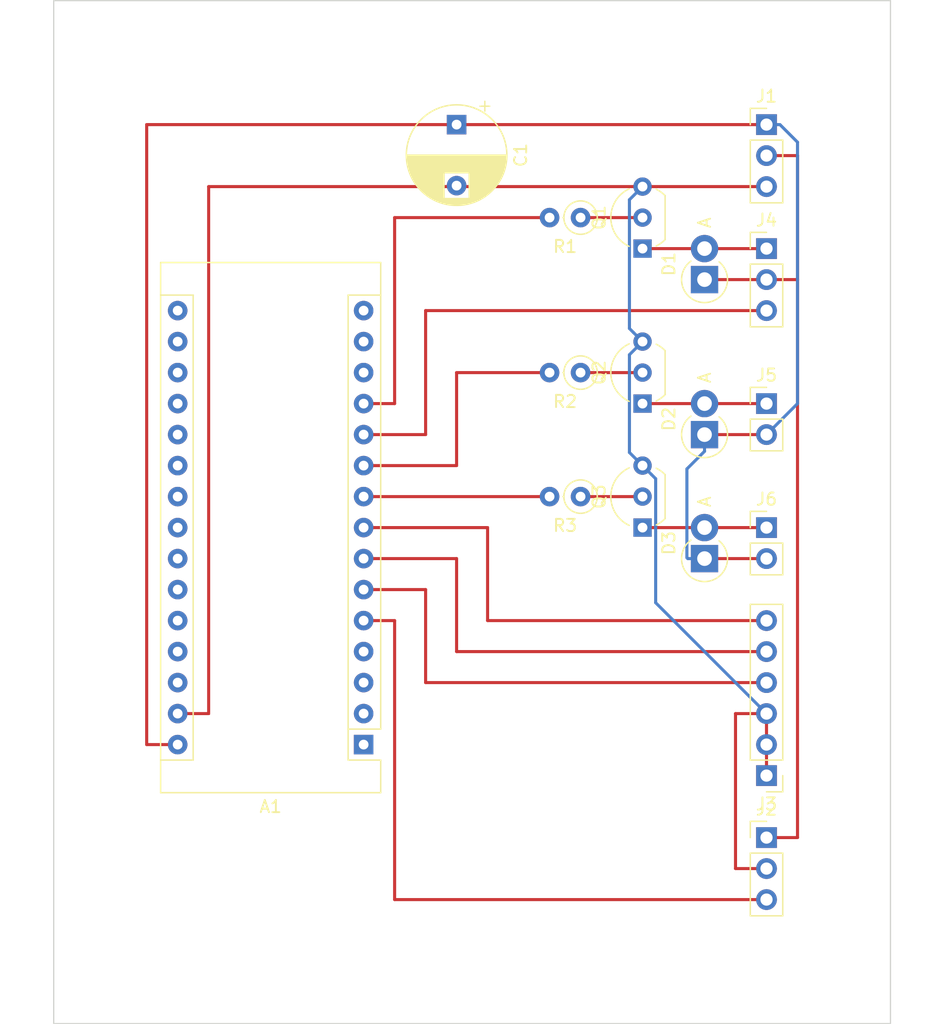
<source format=kicad_pcb>
(kicad_pcb (version 20171130) (host pcbnew 5.1.4)

  (general
    (thickness 1.6)
    (drawings 1)
    (tracks 67)
    (zones 0)
    (modules 21)
    (nets 38)
  )

  (page A4)
  (layers
    (0 F.Cu signal)
    (31 B.Cu signal)
    (32 B.Adhes user)
    (33 F.Adhes user)
    (34 B.Paste user)
    (35 F.Paste user)
    (36 B.SilkS user)
    (37 F.SilkS user)
    (38 B.Mask user)
    (39 F.Mask user)
    (40 Dwgs.User user)
    (41 Cmts.User user)
    (42 Eco1.User user)
    (43 Eco2.User user)
    (44 Edge.Cuts user)
    (45 Margin user)
    (46 B.CrtYd user)
    (47 F.CrtYd user)
    (48 B.Fab user)
    (49 F.Fab user)
  )

  (setup
    (last_trace_width 0.25)
    (trace_clearance 0.2)
    (zone_clearance 0.508)
    (zone_45_only no)
    (trace_min 0.2)
    (via_size 0.8)
    (via_drill 0.4)
    (via_min_size 0.4)
    (via_min_drill 0.3)
    (uvia_size 0.3)
    (uvia_drill 0.1)
    (uvias_allowed no)
    (uvia_min_size 0.2)
    (uvia_min_drill 0.1)
    (edge_width 0.05)
    (segment_width 0.2)
    (pcb_text_width 0.3)
    (pcb_text_size 1.5 1.5)
    (mod_edge_width 0.12)
    (mod_text_size 1 1)
    (mod_text_width 0.15)
    (pad_size 1.524 1.524)
    (pad_drill 0.762)
    (pad_to_mask_clearance 0.051)
    (solder_mask_min_width 0.25)
    (aux_axis_origin 0 0)
    (visible_elements FFFFFF7F)
    (pcbplotparams
      (layerselection 0x010fc_ffffffff)
      (usegerberextensions false)
      (usegerberattributes false)
      (usegerberadvancedattributes false)
      (creategerberjobfile false)
      (excludeedgelayer true)
      (linewidth 0.100000)
      (plotframeref false)
      (viasonmask false)
      (mode 1)
      (useauxorigin false)
      (hpglpennumber 1)
      (hpglpenspeed 20)
      (hpglpendiameter 15.000000)
      (psnegative false)
      (psa4output false)
      (plotreference true)
      (plotvalue true)
      (plotinvisibletext false)
      (padsonsilk false)
      (subtractmaskfromsilk false)
      (outputformat 1)
      (mirror false)
      (drillshape 1)
      (scaleselection 1)
      (outputdirectory ""))
  )

  (net 0 "")
  (net 1 "Net-(A1-Pad16)")
  (net 2 "Net-(A1-Pad15)")
  (net 3 +12V)
  (net 4 "Net-(A1-Pad14)")
  (net 5 GND)
  (net 6 "Net-(A1-Pad13)")
  (net 7 "Net-(A1-Pad28)")
  (net 8 "Net-(A1-Pad12)")
  (net 9 "Net-(A1-Pad27)")
  (net 10 "Net-(A1-Pad11)")
  (net 11 "Net-(A1-Pad26)")
  (net 12 "Net-(A1-Pad10)")
  (net 13 "Net-(A1-Pad25)")
  (net 14 "Net-(A1-Pad9)")
  (net 15 "Net-(A1-Pad24)")
  (net 16 "Net-(A1-Pad8)")
  (net 17 "Net-(A1-Pad23)")
  (net 18 "Net-(A1-Pad7)")
  (net 19 "Net-(A1-Pad22)")
  (net 20 "Net-(A1-Pad6)")
  (net 21 "Net-(A1-Pad21)")
  (net 22 "Net-(A1-Pad5)")
  (net 23 "Net-(A1-Pad20)")
  (net 24 "Net-(A1-Pad4)")
  (net 25 "Net-(A1-Pad19)")
  (net 26 "Net-(A1-Pad3)")
  (net 27 "Net-(A1-Pad18)")
  (net 28 "Net-(A1-Pad2)")
  (net 29 "Net-(A1-Pad17)")
  (net 30 "Net-(A1-Pad1)")
  (net 31 "Net-(D1-Pad2)")
  (net 32 +5V)
  (net 33 "Net-(D2-Pad2)")
  (net 34 "Net-(D3-Pad2)")
  (net 35 "Net-(Q1-Pad2)")
  (net 36 "Net-(Q2-Pad2)")
  (net 37 "Net-(Q3-Pad2)")

  (net_class Default "Dies ist die voreingestellte Netzklasse."
    (clearance 0.2)
    (trace_width 0.25)
    (via_dia 0.8)
    (via_drill 0.4)
    (uvia_dia 0.3)
    (uvia_drill 0.1)
    (add_net +12V)
    (add_net +5V)
    (add_net GND)
    (add_net "Net-(A1-Pad1)")
    (add_net "Net-(A1-Pad10)")
    (add_net "Net-(A1-Pad11)")
    (add_net "Net-(A1-Pad12)")
    (add_net "Net-(A1-Pad13)")
    (add_net "Net-(A1-Pad14)")
    (add_net "Net-(A1-Pad15)")
    (add_net "Net-(A1-Pad16)")
    (add_net "Net-(A1-Pad17)")
    (add_net "Net-(A1-Pad18)")
    (add_net "Net-(A1-Pad19)")
    (add_net "Net-(A1-Pad2)")
    (add_net "Net-(A1-Pad20)")
    (add_net "Net-(A1-Pad21)")
    (add_net "Net-(A1-Pad22)")
    (add_net "Net-(A1-Pad23)")
    (add_net "Net-(A1-Pad24)")
    (add_net "Net-(A1-Pad25)")
    (add_net "Net-(A1-Pad26)")
    (add_net "Net-(A1-Pad27)")
    (add_net "Net-(A1-Pad28)")
    (add_net "Net-(A1-Pad3)")
    (add_net "Net-(A1-Pad4)")
    (add_net "Net-(A1-Pad5)")
    (add_net "Net-(A1-Pad6)")
    (add_net "Net-(A1-Pad7)")
    (add_net "Net-(A1-Pad8)")
    (add_net "Net-(A1-Pad9)")
    (add_net "Net-(D1-Pad2)")
    (add_net "Net-(D2-Pad2)")
    (add_net "Net-(D3-Pad2)")
    (add_net "Net-(Q1-Pad2)")
    (add_net "Net-(Q2-Pad2)")
    (add_net "Net-(Q3-Pad2)")
  )

  (module MountingHole:MountingHole_2.2mm_M2 (layer F.Cu) (tedit 56D1B4CB) (tstamp 5DC71E0A)
    (at 198.12 71.12)
    (descr "Mounting Hole 2.2mm, no annular, M2")
    (tags "mounting hole 2.2mm no annular m2")
    (attr virtual)
    (fp_text reference REF** (at 0 -3.2) (layer F.SilkS) hide
      (effects (font (size 1 1) (thickness 0.15)))
    )
    (fp_text value MountingHole_2.2mm_M2 (at 0 3.2) (layer F.Fab)
      (effects (font (size 1 1) (thickness 0.15)))
    )
    (fp_text user %R (at 0.3 0) (layer F.Fab)
      (effects (font (size 1 1) (thickness 0.15)))
    )
    (fp_circle (center 0 0) (end 2.2 0) (layer Cmts.User) (width 0.15))
    (fp_circle (center 0 0) (end 2.45 0) (layer F.CrtYd) (width 0.05))
    (pad 1 np_thru_hole circle (at 0 0) (size 2.2 2.2) (drill 2.2) (layers *.Cu *.Mask))
  )

  (module MountingHole:MountingHole_2.2mm_M2 (layer F.Cu) (tedit 56D1B4CB) (tstamp 5DC71E0A)
    (at 198.12 144.78)
    (descr "Mounting Hole 2.2mm, no annular, M2")
    (tags "mounting hole 2.2mm no annular m2")
    (attr virtual)
    (fp_text reference REF** (at 0 -3.2) (layer F.SilkS) hide
      (effects (font (size 1 1) (thickness 0.15)))
    )
    (fp_text value MountingHole_2.2mm_M2 (at 0 3.2) (layer F.Fab)
      (effects (font (size 1 1) (thickness 0.15)))
    )
    (fp_text user %R (at 0.3 0) (layer F.Fab)
      (effects (font (size 1 1) (thickness 0.15)))
    )
    (fp_circle (center 0 0) (end 2.2 0) (layer Cmts.User) (width 0.15))
    (fp_circle (center 0 0) (end 2.45 0) (layer F.CrtYd) (width 0.05))
    (pad 1 np_thru_hole circle (at 0 0) (size 2.2 2.2) (drill 2.2) (layers *.Cu *.Mask))
  )

  (module MountingHole:MountingHole_2.2mm_M2 (layer F.Cu) (tedit 56D1B4CB) (tstamp 5DC71E0A)
    (at 256.54 144.78)
    (descr "Mounting Hole 2.2mm, no annular, M2")
    (tags "mounting hole 2.2mm no annular m2")
    (attr virtual)
    (fp_text reference REF** (at 0 -3.2) (layer F.SilkS) hide
      (effects (font (size 1 1) (thickness 0.15)))
    )
    (fp_text value MountingHole_2.2mm_M2 (at 0 3.2) (layer F.Fab)
      (effects (font (size 1 1) (thickness 0.15)))
    )
    (fp_text user %R (at 0.3 0) (layer F.Fab)
      (effects (font (size 1 1) (thickness 0.15)))
    )
    (fp_circle (center 0 0) (end 2.2 0) (layer Cmts.User) (width 0.15))
    (fp_circle (center 0 0) (end 2.45 0) (layer F.CrtYd) (width 0.05))
    (pad 1 np_thru_hole circle (at 0 0) (size 2.2 2.2) (drill 2.2) (layers *.Cu *.Mask))
  )

  (module MountingHole:MountingHole_2.2mm_M2 (layer F.Cu) (tedit 56D1B4CB) (tstamp 5DC71E01)
    (at 256.54 71.12)
    (descr "Mounting Hole 2.2mm, no annular, M2")
    (tags "mounting hole 2.2mm no annular m2")
    (attr virtual)
    (fp_text reference REF** (at 0 -3.2) (layer F.SilkS) hide
      (effects (font (size 1 1) (thickness 0.15)))
    )
    (fp_text value MountingHole_2.2mm_M2 (at 0 3.2) (layer F.Fab)
      (effects (font (size 1 1) (thickness 0.15)))
    )
    (fp_circle (center 0 0) (end 2.45 0) (layer F.CrtYd) (width 0.05))
    (fp_circle (center 0 0) (end 2.2 0) (layer Cmts.User) (width 0.15))
    (fp_text user %R (at 0.3 0) (layer F.Fab)
      (effects (font (size 1 1) (thickness 0.15)))
    )
    (pad 1 np_thru_hole circle (at 0 0) (size 2.2 2.2) (drill 2.2) (layers *.Cu *.Mask))
  )

  (module Capacitor_THT:CP_Radial_D8.0mm_P5.00mm (layer F.Cu) (tedit 5AE50EF0) (tstamp 5DC70F9F)
    (at 226.06 76.2 270)
    (descr "CP, Radial series, Radial, pin pitch=5.00mm, , diameter=8mm, Electrolytic Capacitor")
    (tags "CP Radial series Radial pin pitch 5.00mm  diameter 8mm Electrolytic Capacitor")
    (path /5DE01136)
    (fp_text reference C1 (at 2.5 -5.25 90) (layer F.SilkS)
      (effects (font (size 1 1) (thickness 0.15)))
    )
    (fp_text value CP (at 2.5 5.25 90) (layer F.Fab)
      (effects (font (size 1 1) (thickness 0.15)))
    )
    (fp_text user %R (at 2.5 0 90) (layer F.Fab)
      (effects (font (size 1 1) (thickness 0.15)))
    )
    (fp_line (start -1.509698 -2.715) (end -1.509698 -1.915) (layer F.SilkS) (width 0.12))
    (fp_line (start -1.909698 -2.315) (end -1.109698 -2.315) (layer F.SilkS) (width 0.12))
    (fp_line (start 6.581 -0.533) (end 6.581 0.533) (layer F.SilkS) (width 0.12))
    (fp_line (start 6.541 -0.768) (end 6.541 0.768) (layer F.SilkS) (width 0.12))
    (fp_line (start 6.501 -0.948) (end 6.501 0.948) (layer F.SilkS) (width 0.12))
    (fp_line (start 6.461 -1.098) (end 6.461 1.098) (layer F.SilkS) (width 0.12))
    (fp_line (start 6.421 -1.229) (end 6.421 1.229) (layer F.SilkS) (width 0.12))
    (fp_line (start 6.381 -1.346) (end 6.381 1.346) (layer F.SilkS) (width 0.12))
    (fp_line (start 6.341 -1.453) (end 6.341 1.453) (layer F.SilkS) (width 0.12))
    (fp_line (start 6.301 -1.552) (end 6.301 1.552) (layer F.SilkS) (width 0.12))
    (fp_line (start 6.261 -1.645) (end 6.261 1.645) (layer F.SilkS) (width 0.12))
    (fp_line (start 6.221 -1.731) (end 6.221 1.731) (layer F.SilkS) (width 0.12))
    (fp_line (start 6.181 -1.813) (end 6.181 1.813) (layer F.SilkS) (width 0.12))
    (fp_line (start 6.141 -1.89) (end 6.141 1.89) (layer F.SilkS) (width 0.12))
    (fp_line (start 6.101 -1.964) (end 6.101 1.964) (layer F.SilkS) (width 0.12))
    (fp_line (start 6.061 -2.034) (end 6.061 2.034) (layer F.SilkS) (width 0.12))
    (fp_line (start 6.021 1.04) (end 6.021 2.102) (layer F.SilkS) (width 0.12))
    (fp_line (start 6.021 -2.102) (end 6.021 -1.04) (layer F.SilkS) (width 0.12))
    (fp_line (start 5.981 1.04) (end 5.981 2.166) (layer F.SilkS) (width 0.12))
    (fp_line (start 5.981 -2.166) (end 5.981 -1.04) (layer F.SilkS) (width 0.12))
    (fp_line (start 5.941 1.04) (end 5.941 2.228) (layer F.SilkS) (width 0.12))
    (fp_line (start 5.941 -2.228) (end 5.941 -1.04) (layer F.SilkS) (width 0.12))
    (fp_line (start 5.901 1.04) (end 5.901 2.287) (layer F.SilkS) (width 0.12))
    (fp_line (start 5.901 -2.287) (end 5.901 -1.04) (layer F.SilkS) (width 0.12))
    (fp_line (start 5.861 1.04) (end 5.861 2.345) (layer F.SilkS) (width 0.12))
    (fp_line (start 5.861 -2.345) (end 5.861 -1.04) (layer F.SilkS) (width 0.12))
    (fp_line (start 5.821 1.04) (end 5.821 2.4) (layer F.SilkS) (width 0.12))
    (fp_line (start 5.821 -2.4) (end 5.821 -1.04) (layer F.SilkS) (width 0.12))
    (fp_line (start 5.781 1.04) (end 5.781 2.454) (layer F.SilkS) (width 0.12))
    (fp_line (start 5.781 -2.454) (end 5.781 -1.04) (layer F.SilkS) (width 0.12))
    (fp_line (start 5.741 1.04) (end 5.741 2.505) (layer F.SilkS) (width 0.12))
    (fp_line (start 5.741 -2.505) (end 5.741 -1.04) (layer F.SilkS) (width 0.12))
    (fp_line (start 5.701 1.04) (end 5.701 2.556) (layer F.SilkS) (width 0.12))
    (fp_line (start 5.701 -2.556) (end 5.701 -1.04) (layer F.SilkS) (width 0.12))
    (fp_line (start 5.661 1.04) (end 5.661 2.604) (layer F.SilkS) (width 0.12))
    (fp_line (start 5.661 -2.604) (end 5.661 -1.04) (layer F.SilkS) (width 0.12))
    (fp_line (start 5.621 1.04) (end 5.621 2.651) (layer F.SilkS) (width 0.12))
    (fp_line (start 5.621 -2.651) (end 5.621 -1.04) (layer F.SilkS) (width 0.12))
    (fp_line (start 5.581 1.04) (end 5.581 2.697) (layer F.SilkS) (width 0.12))
    (fp_line (start 5.581 -2.697) (end 5.581 -1.04) (layer F.SilkS) (width 0.12))
    (fp_line (start 5.541 1.04) (end 5.541 2.741) (layer F.SilkS) (width 0.12))
    (fp_line (start 5.541 -2.741) (end 5.541 -1.04) (layer F.SilkS) (width 0.12))
    (fp_line (start 5.501 1.04) (end 5.501 2.784) (layer F.SilkS) (width 0.12))
    (fp_line (start 5.501 -2.784) (end 5.501 -1.04) (layer F.SilkS) (width 0.12))
    (fp_line (start 5.461 1.04) (end 5.461 2.826) (layer F.SilkS) (width 0.12))
    (fp_line (start 5.461 -2.826) (end 5.461 -1.04) (layer F.SilkS) (width 0.12))
    (fp_line (start 5.421 1.04) (end 5.421 2.867) (layer F.SilkS) (width 0.12))
    (fp_line (start 5.421 -2.867) (end 5.421 -1.04) (layer F.SilkS) (width 0.12))
    (fp_line (start 5.381 1.04) (end 5.381 2.907) (layer F.SilkS) (width 0.12))
    (fp_line (start 5.381 -2.907) (end 5.381 -1.04) (layer F.SilkS) (width 0.12))
    (fp_line (start 5.341 1.04) (end 5.341 2.945) (layer F.SilkS) (width 0.12))
    (fp_line (start 5.341 -2.945) (end 5.341 -1.04) (layer F.SilkS) (width 0.12))
    (fp_line (start 5.301 1.04) (end 5.301 2.983) (layer F.SilkS) (width 0.12))
    (fp_line (start 5.301 -2.983) (end 5.301 -1.04) (layer F.SilkS) (width 0.12))
    (fp_line (start 5.261 1.04) (end 5.261 3.019) (layer F.SilkS) (width 0.12))
    (fp_line (start 5.261 -3.019) (end 5.261 -1.04) (layer F.SilkS) (width 0.12))
    (fp_line (start 5.221 1.04) (end 5.221 3.055) (layer F.SilkS) (width 0.12))
    (fp_line (start 5.221 -3.055) (end 5.221 -1.04) (layer F.SilkS) (width 0.12))
    (fp_line (start 5.181 1.04) (end 5.181 3.09) (layer F.SilkS) (width 0.12))
    (fp_line (start 5.181 -3.09) (end 5.181 -1.04) (layer F.SilkS) (width 0.12))
    (fp_line (start 5.141 1.04) (end 5.141 3.124) (layer F.SilkS) (width 0.12))
    (fp_line (start 5.141 -3.124) (end 5.141 -1.04) (layer F.SilkS) (width 0.12))
    (fp_line (start 5.101 1.04) (end 5.101 3.156) (layer F.SilkS) (width 0.12))
    (fp_line (start 5.101 -3.156) (end 5.101 -1.04) (layer F.SilkS) (width 0.12))
    (fp_line (start 5.061 1.04) (end 5.061 3.189) (layer F.SilkS) (width 0.12))
    (fp_line (start 5.061 -3.189) (end 5.061 -1.04) (layer F.SilkS) (width 0.12))
    (fp_line (start 5.021 1.04) (end 5.021 3.22) (layer F.SilkS) (width 0.12))
    (fp_line (start 5.021 -3.22) (end 5.021 -1.04) (layer F.SilkS) (width 0.12))
    (fp_line (start 4.981 1.04) (end 4.981 3.25) (layer F.SilkS) (width 0.12))
    (fp_line (start 4.981 -3.25) (end 4.981 -1.04) (layer F.SilkS) (width 0.12))
    (fp_line (start 4.941 1.04) (end 4.941 3.28) (layer F.SilkS) (width 0.12))
    (fp_line (start 4.941 -3.28) (end 4.941 -1.04) (layer F.SilkS) (width 0.12))
    (fp_line (start 4.901 1.04) (end 4.901 3.309) (layer F.SilkS) (width 0.12))
    (fp_line (start 4.901 -3.309) (end 4.901 -1.04) (layer F.SilkS) (width 0.12))
    (fp_line (start 4.861 1.04) (end 4.861 3.338) (layer F.SilkS) (width 0.12))
    (fp_line (start 4.861 -3.338) (end 4.861 -1.04) (layer F.SilkS) (width 0.12))
    (fp_line (start 4.821 1.04) (end 4.821 3.365) (layer F.SilkS) (width 0.12))
    (fp_line (start 4.821 -3.365) (end 4.821 -1.04) (layer F.SilkS) (width 0.12))
    (fp_line (start 4.781 1.04) (end 4.781 3.392) (layer F.SilkS) (width 0.12))
    (fp_line (start 4.781 -3.392) (end 4.781 -1.04) (layer F.SilkS) (width 0.12))
    (fp_line (start 4.741 1.04) (end 4.741 3.418) (layer F.SilkS) (width 0.12))
    (fp_line (start 4.741 -3.418) (end 4.741 -1.04) (layer F.SilkS) (width 0.12))
    (fp_line (start 4.701 1.04) (end 4.701 3.444) (layer F.SilkS) (width 0.12))
    (fp_line (start 4.701 -3.444) (end 4.701 -1.04) (layer F.SilkS) (width 0.12))
    (fp_line (start 4.661 1.04) (end 4.661 3.469) (layer F.SilkS) (width 0.12))
    (fp_line (start 4.661 -3.469) (end 4.661 -1.04) (layer F.SilkS) (width 0.12))
    (fp_line (start 4.621 1.04) (end 4.621 3.493) (layer F.SilkS) (width 0.12))
    (fp_line (start 4.621 -3.493) (end 4.621 -1.04) (layer F.SilkS) (width 0.12))
    (fp_line (start 4.581 1.04) (end 4.581 3.517) (layer F.SilkS) (width 0.12))
    (fp_line (start 4.581 -3.517) (end 4.581 -1.04) (layer F.SilkS) (width 0.12))
    (fp_line (start 4.541 1.04) (end 4.541 3.54) (layer F.SilkS) (width 0.12))
    (fp_line (start 4.541 -3.54) (end 4.541 -1.04) (layer F.SilkS) (width 0.12))
    (fp_line (start 4.501 1.04) (end 4.501 3.562) (layer F.SilkS) (width 0.12))
    (fp_line (start 4.501 -3.562) (end 4.501 -1.04) (layer F.SilkS) (width 0.12))
    (fp_line (start 4.461 1.04) (end 4.461 3.584) (layer F.SilkS) (width 0.12))
    (fp_line (start 4.461 -3.584) (end 4.461 -1.04) (layer F.SilkS) (width 0.12))
    (fp_line (start 4.421 1.04) (end 4.421 3.606) (layer F.SilkS) (width 0.12))
    (fp_line (start 4.421 -3.606) (end 4.421 -1.04) (layer F.SilkS) (width 0.12))
    (fp_line (start 4.381 1.04) (end 4.381 3.627) (layer F.SilkS) (width 0.12))
    (fp_line (start 4.381 -3.627) (end 4.381 -1.04) (layer F.SilkS) (width 0.12))
    (fp_line (start 4.341 1.04) (end 4.341 3.647) (layer F.SilkS) (width 0.12))
    (fp_line (start 4.341 -3.647) (end 4.341 -1.04) (layer F.SilkS) (width 0.12))
    (fp_line (start 4.301 1.04) (end 4.301 3.666) (layer F.SilkS) (width 0.12))
    (fp_line (start 4.301 -3.666) (end 4.301 -1.04) (layer F.SilkS) (width 0.12))
    (fp_line (start 4.261 1.04) (end 4.261 3.686) (layer F.SilkS) (width 0.12))
    (fp_line (start 4.261 -3.686) (end 4.261 -1.04) (layer F.SilkS) (width 0.12))
    (fp_line (start 4.221 1.04) (end 4.221 3.704) (layer F.SilkS) (width 0.12))
    (fp_line (start 4.221 -3.704) (end 4.221 -1.04) (layer F.SilkS) (width 0.12))
    (fp_line (start 4.181 1.04) (end 4.181 3.722) (layer F.SilkS) (width 0.12))
    (fp_line (start 4.181 -3.722) (end 4.181 -1.04) (layer F.SilkS) (width 0.12))
    (fp_line (start 4.141 1.04) (end 4.141 3.74) (layer F.SilkS) (width 0.12))
    (fp_line (start 4.141 -3.74) (end 4.141 -1.04) (layer F.SilkS) (width 0.12))
    (fp_line (start 4.101 1.04) (end 4.101 3.757) (layer F.SilkS) (width 0.12))
    (fp_line (start 4.101 -3.757) (end 4.101 -1.04) (layer F.SilkS) (width 0.12))
    (fp_line (start 4.061 1.04) (end 4.061 3.774) (layer F.SilkS) (width 0.12))
    (fp_line (start 4.061 -3.774) (end 4.061 -1.04) (layer F.SilkS) (width 0.12))
    (fp_line (start 4.021 1.04) (end 4.021 3.79) (layer F.SilkS) (width 0.12))
    (fp_line (start 4.021 -3.79) (end 4.021 -1.04) (layer F.SilkS) (width 0.12))
    (fp_line (start 3.981 1.04) (end 3.981 3.805) (layer F.SilkS) (width 0.12))
    (fp_line (start 3.981 -3.805) (end 3.981 -1.04) (layer F.SilkS) (width 0.12))
    (fp_line (start 3.941 -3.821) (end 3.941 3.821) (layer F.SilkS) (width 0.12))
    (fp_line (start 3.901 -3.835) (end 3.901 3.835) (layer F.SilkS) (width 0.12))
    (fp_line (start 3.861 -3.85) (end 3.861 3.85) (layer F.SilkS) (width 0.12))
    (fp_line (start 3.821 -3.863) (end 3.821 3.863) (layer F.SilkS) (width 0.12))
    (fp_line (start 3.781 -3.877) (end 3.781 3.877) (layer F.SilkS) (width 0.12))
    (fp_line (start 3.741 -3.889) (end 3.741 3.889) (layer F.SilkS) (width 0.12))
    (fp_line (start 3.701 -3.902) (end 3.701 3.902) (layer F.SilkS) (width 0.12))
    (fp_line (start 3.661 -3.914) (end 3.661 3.914) (layer F.SilkS) (width 0.12))
    (fp_line (start 3.621 -3.925) (end 3.621 3.925) (layer F.SilkS) (width 0.12))
    (fp_line (start 3.581 -3.936) (end 3.581 3.936) (layer F.SilkS) (width 0.12))
    (fp_line (start 3.541 -3.947) (end 3.541 3.947) (layer F.SilkS) (width 0.12))
    (fp_line (start 3.501 -3.957) (end 3.501 3.957) (layer F.SilkS) (width 0.12))
    (fp_line (start 3.461 -3.967) (end 3.461 3.967) (layer F.SilkS) (width 0.12))
    (fp_line (start 3.421 -3.976) (end 3.421 3.976) (layer F.SilkS) (width 0.12))
    (fp_line (start 3.381 -3.985) (end 3.381 3.985) (layer F.SilkS) (width 0.12))
    (fp_line (start 3.341 -3.994) (end 3.341 3.994) (layer F.SilkS) (width 0.12))
    (fp_line (start 3.301 -4.002) (end 3.301 4.002) (layer F.SilkS) (width 0.12))
    (fp_line (start 3.261 -4.01) (end 3.261 4.01) (layer F.SilkS) (width 0.12))
    (fp_line (start 3.221 -4.017) (end 3.221 4.017) (layer F.SilkS) (width 0.12))
    (fp_line (start 3.18 -4.024) (end 3.18 4.024) (layer F.SilkS) (width 0.12))
    (fp_line (start 3.14 -4.03) (end 3.14 4.03) (layer F.SilkS) (width 0.12))
    (fp_line (start 3.1 -4.037) (end 3.1 4.037) (layer F.SilkS) (width 0.12))
    (fp_line (start 3.06 -4.042) (end 3.06 4.042) (layer F.SilkS) (width 0.12))
    (fp_line (start 3.02 -4.048) (end 3.02 4.048) (layer F.SilkS) (width 0.12))
    (fp_line (start 2.98 -4.052) (end 2.98 4.052) (layer F.SilkS) (width 0.12))
    (fp_line (start 2.94 -4.057) (end 2.94 4.057) (layer F.SilkS) (width 0.12))
    (fp_line (start 2.9 -4.061) (end 2.9 4.061) (layer F.SilkS) (width 0.12))
    (fp_line (start 2.86 -4.065) (end 2.86 4.065) (layer F.SilkS) (width 0.12))
    (fp_line (start 2.82 -4.068) (end 2.82 4.068) (layer F.SilkS) (width 0.12))
    (fp_line (start 2.78 -4.071) (end 2.78 4.071) (layer F.SilkS) (width 0.12))
    (fp_line (start 2.74 -4.074) (end 2.74 4.074) (layer F.SilkS) (width 0.12))
    (fp_line (start 2.7 -4.076) (end 2.7 4.076) (layer F.SilkS) (width 0.12))
    (fp_line (start 2.66 -4.077) (end 2.66 4.077) (layer F.SilkS) (width 0.12))
    (fp_line (start 2.62 -4.079) (end 2.62 4.079) (layer F.SilkS) (width 0.12))
    (fp_line (start 2.58 -4.08) (end 2.58 4.08) (layer F.SilkS) (width 0.12))
    (fp_line (start 2.54 -4.08) (end 2.54 4.08) (layer F.SilkS) (width 0.12))
    (fp_line (start 2.5 -4.08) (end 2.5 4.08) (layer F.SilkS) (width 0.12))
    (fp_line (start -0.526759 -2.1475) (end -0.526759 -1.3475) (layer F.Fab) (width 0.1))
    (fp_line (start -0.926759 -1.7475) (end -0.126759 -1.7475) (layer F.Fab) (width 0.1))
    (fp_circle (center 2.5 0) (end 6.75 0) (layer F.CrtYd) (width 0.05))
    (fp_circle (center 2.5 0) (end 6.62 0) (layer F.SilkS) (width 0.12))
    (fp_circle (center 2.5 0) (end 6.5 0) (layer F.Fab) (width 0.1))
    (pad 2 thru_hole circle (at 5 0 270) (size 1.6 1.6) (drill 0.8) (layers *.Cu *.Mask)
      (net 5 GND))
    (pad 1 thru_hole rect (at 0 0 270) (size 1.6 1.6) (drill 0.8) (layers *.Cu *.Mask)
      (net 3 +12V))
    (model ${KISYS3DMOD}/Capacitor_THT.3dshapes/CP_Radial_D8.0mm_P5.00mm.wrl
      (at (xyz 0 0 0))
      (scale (xyz 1 1 1))
      (rotate (xyz 0 0 0))
    )
  )

  (module Package_TO_SOT_THT:TO-92_Inline_Wide (layer F.Cu) (tedit 5A02FF81) (tstamp 5DC6E558)
    (at 241.3 109.22 90)
    (descr "TO-92 leads in-line, wide, drill 0.75mm (see NXP sot054_po.pdf)")
    (tags "to-92 sc-43 sc-43a sot54 PA33 transistor")
    (path /5DCF02A0)
    (fp_text reference Q3 (at 2.54 -3.56 90) (layer F.SilkS)
      (effects (font (size 1 1) (thickness 0.15)))
    )
    (fp_text value BC337 (at 2.54 2.79 90) (layer F.Fab)
      (effects (font (size 1 1) (thickness 0.15)))
    )
    (fp_arc (start 2.54 0) (end 4.34 1.85) (angle -20) (layer F.SilkS) (width 0.12))
    (fp_arc (start 2.54 0) (end 2.54 -2.48) (angle -135) (layer F.Fab) (width 0.1))
    (fp_arc (start 2.54 0) (end 2.54 -2.48) (angle 135) (layer F.Fab) (width 0.1))
    (fp_arc (start 2.54 0) (end 2.54 -2.6) (angle 65) (layer F.SilkS) (width 0.12))
    (fp_arc (start 2.54 0) (end 2.54 -2.6) (angle -65) (layer F.SilkS) (width 0.12))
    (fp_arc (start 2.54 0) (end 0.74 1.85) (angle 20) (layer F.SilkS) (width 0.12))
    (fp_line (start 6.09 2.01) (end -1.01 2.01) (layer F.CrtYd) (width 0.05))
    (fp_line (start 6.09 2.01) (end 6.09 -2.73) (layer F.CrtYd) (width 0.05))
    (fp_line (start -1.01 -2.73) (end -1.01 2.01) (layer F.CrtYd) (width 0.05))
    (fp_line (start -1.01 -2.73) (end 6.09 -2.73) (layer F.CrtYd) (width 0.05))
    (fp_line (start 0.8 1.75) (end 4.3 1.75) (layer F.Fab) (width 0.1))
    (fp_line (start 0.74 1.85) (end 4.34 1.85) (layer F.SilkS) (width 0.12))
    (fp_text user %R (at 2.54 -3.56 90) (layer F.Fab)
      (effects (font (size 1 1) (thickness 0.15)))
    )
    (pad 1 thru_hole rect (at 0 0 180) (size 1.5 1.5) (drill 0.8) (layers *.Cu *.Mask)
      (net 34 "Net-(D3-Pad2)"))
    (pad 3 thru_hole circle (at 5.08 0 180) (size 1.5 1.5) (drill 0.8) (layers *.Cu *.Mask)
      (net 5 GND))
    (pad 2 thru_hole circle (at 2.54 0 180) (size 1.5 1.5) (drill 0.8) (layers *.Cu *.Mask)
      (net 37 "Net-(Q3-Pad2)"))
    (model ${KISYS3DMOD}/Package_TO_SOT_THT.3dshapes/TO-92_Inline_Wide.wrl
      (at (xyz 0 0 0))
      (scale (xyz 1 1 1))
      (rotate (xyz 0 0 0))
    )
  )

  (module Package_TO_SOT_THT:TO-92_Inline_Wide (layer F.Cu) (tedit 5A02FF81) (tstamp 5DC6E546)
    (at 241.3 99.06 90)
    (descr "TO-92 leads in-line, wide, drill 0.75mm (see NXP sot054_po.pdf)")
    (tags "to-92 sc-43 sc-43a sot54 PA33 transistor")
    (path /5DCDBE86)
    (fp_text reference Q2 (at 2.54 -3.56 90) (layer F.SilkS)
      (effects (font (size 1 1) (thickness 0.15)))
    )
    (fp_text value BC337 (at 2.54 2.79 90) (layer F.Fab)
      (effects (font (size 1 1) (thickness 0.15)))
    )
    (fp_arc (start 2.54 0) (end 4.34 1.85) (angle -20) (layer F.SilkS) (width 0.12))
    (fp_arc (start 2.54 0) (end 2.54 -2.48) (angle -135) (layer F.Fab) (width 0.1))
    (fp_arc (start 2.54 0) (end 2.54 -2.48) (angle 135) (layer F.Fab) (width 0.1))
    (fp_arc (start 2.54 0) (end 2.54 -2.6) (angle 65) (layer F.SilkS) (width 0.12))
    (fp_arc (start 2.54 0) (end 2.54 -2.6) (angle -65) (layer F.SilkS) (width 0.12))
    (fp_arc (start 2.54 0) (end 0.74 1.85) (angle 20) (layer F.SilkS) (width 0.12))
    (fp_line (start 6.09 2.01) (end -1.01 2.01) (layer F.CrtYd) (width 0.05))
    (fp_line (start 6.09 2.01) (end 6.09 -2.73) (layer F.CrtYd) (width 0.05))
    (fp_line (start -1.01 -2.73) (end -1.01 2.01) (layer F.CrtYd) (width 0.05))
    (fp_line (start -1.01 -2.73) (end 6.09 -2.73) (layer F.CrtYd) (width 0.05))
    (fp_line (start 0.8 1.75) (end 4.3 1.75) (layer F.Fab) (width 0.1))
    (fp_line (start 0.74 1.85) (end 4.34 1.85) (layer F.SilkS) (width 0.12))
    (fp_text user %R (at 2.54 -3.56 90) (layer F.Fab)
      (effects (font (size 1 1) (thickness 0.15)))
    )
    (pad 1 thru_hole rect (at 0 0 180) (size 1.5 1.5) (drill 0.8) (layers *.Cu *.Mask)
      (net 33 "Net-(D2-Pad2)"))
    (pad 3 thru_hole circle (at 5.08 0 180) (size 1.5 1.5) (drill 0.8) (layers *.Cu *.Mask)
      (net 5 GND))
    (pad 2 thru_hole circle (at 2.54 0 180) (size 1.5 1.5) (drill 0.8) (layers *.Cu *.Mask)
      (net 36 "Net-(Q2-Pad2)"))
    (model ${KISYS3DMOD}/Package_TO_SOT_THT.3dshapes/TO-92_Inline_Wide.wrl
      (at (xyz 0 0 0))
      (scale (xyz 1 1 1))
      (rotate (xyz 0 0 0))
    )
  )

  (module Package_TO_SOT_THT:TO-92_Inline_Wide (layer F.Cu) (tedit 5A02FF81) (tstamp 5DC6E534)
    (at 241.3 86.36 90)
    (descr "TO-92 leads in-line, wide, drill 0.75mm (see NXP sot054_po.pdf)")
    (tags "to-92 sc-43 sc-43a sot54 PA33 transistor")
    (path /5DCD13DE)
    (fp_text reference Q1 (at 2.54 -3.56 90) (layer F.SilkS)
      (effects (font (size 1 1) (thickness 0.15)))
    )
    (fp_text value BC337 (at 2.54 2.79 90) (layer F.Fab)
      (effects (font (size 1 1) (thickness 0.15)))
    )
    (fp_arc (start 2.54 0) (end 4.34 1.85) (angle -20) (layer F.SilkS) (width 0.12))
    (fp_arc (start 2.54 0) (end 2.54 -2.48) (angle -135) (layer F.Fab) (width 0.1))
    (fp_arc (start 2.54 0) (end 2.54 -2.48) (angle 135) (layer F.Fab) (width 0.1))
    (fp_arc (start 2.54 0) (end 2.54 -2.6) (angle 65) (layer F.SilkS) (width 0.12))
    (fp_arc (start 2.54 0) (end 2.54 -2.6) (angle -65) (layer F.SilkS) (width 0.12))
    (fp_arc (start 2.54 0) (end 0.74 1.85) (angle 20) (layer F.SilkS) (width 0.12))
    (fp_line (start 6.09 2.01) (end -1.01 2.01) (layer F.CrtYd) (width 0.05))
    (fp_line (start 6.09 2.01) (end 6.09 -2.73) (layer F.CrtYd) (width 0.05))
    (fp_line (start -1.01 -2.73) (end -1.01 2.01) (layer F.CrtYd) (width 0.05))
    (fp_line (start -1.01 -2.73) (end 6.09 -2.73) (layer F.CrtYd) (width 0.05))
    (fp_line (start 0.8 1.75) (end 4.3 1.75) (layer F.Fab) (width 0.1))
    (fp_line (start 0.74 1.85) (end 4.34 1.85) (layer F.SilkS) (width 0.12))
    (fp_text user %R (at 2.54 -3.56 90) (layer F.Fab)
      (effects (font (size 1 1) (thickness 0.15)))
    )
    (pad 1 thru_hole rect (at 0 0 180) (size 1.5 1.5) (drill 0.8) (layers *.Cu *.Mask)
      (net 31 "Net-(D1-Pad2)"))
    (pad 3 thru_hole circle (at 5.08 0 180) (size 1.5 1.5) (drill 0.8) (layers *.Cu *.Mask)
      (net 5 GND))
    (pad 2 thru_hole circle (at 2.54 0 180) (size 1.5 1.5) (drill 0.8) (layers *.Cu *.Mask)
      (net 35 "Net-(Q1-Pad2)"))
    (model ${KISYS3DMOD}/Package_TO_SOT_THT.3dshapes/TO-92_Inline_Wide.wrl
      (at (xyz 0 0 0))
      (scale (xyz 1 1 1))
      (rotate (xyz 0 0 0))
    )
  )

  (module Resistor_THT:R_Axial_DIN0207_L6.3mm_D2.5mm_P2.54mm_Vertical (layer F.Cu) (tedit 5AE5139B) (tstamp 5DC6E585)
    (at 236.22 106.68 180)
    (descr "Resistor, Axial_DIN0207 series, Axial, Vertical, pin pitch=2.54mm, 0.25W = 1/4W, length*diameter=6.3*2.5mm^2, http://cdn-reichelt.de/documents/datenblatt/B400/1_4W%23YAG.pdf")
    (tags "Resistor Axial_DIN0207 series Axial Vertical pin pitch 2.54mm 0.25W = 1/4W length 6.3mm diameter 2.5mm")
    (path /5DCF02AF)
    (fp_text reference R3 (at 1.27 -2.37) (layer F.SilkS)
      (effects (font (size 1 1) (thickness 0.15)))
    )
    (fp_text value R (at 1.27 2.37) (layer F.Fab)
      (effects (font (size 1 1) (thickness 0.15)))
    )
    (fp_text user %R (at 1.27 -2.37) (layer F.Fab)
      (effects (font (size 1 1) (thickness 0.15)))
    )
    (fp_line (start 3.59 -1.5) (end -1.5 -1.5) (layer F.CrtYd) (width 0.05))
    (fp_line (start 3.59 1.5) (end 3.59 -1.5) (layer F.CrtYd) (width 0.05))
    (fp_line (start -1.5 1.5) (end 3.59 1.5) (layer F.CrtYd) (width 0.05))
    (fp_line (start -1.5 -1.5) (end -1.5 1.5) (layer F.CrtYd) (width 0.05))
    (fp_line (start 1.37 0) (end 1.44 0) (layer F.SilkS) (width 0.12))
    (fp_line (start 0 0) (end 2.54 0) (layer F.Fab) (width 0.1))
    (fp_circle (center 0 0) (end 1.37 0) (layer F.SilkS) (width 0.12))
    (fp_circle (center 0 0) (end 1.25 0) (layer F.Fab) (width 0.1))
    (pad 2 thru_hole oval (at 2.54 0 180) (size 1.6 1.6) (drill 0.8) (layers *.Cu *.Mask)
      (net 14 "Net-(A1-Pad9)"))
    (pad 1 thru_hole circle (at 0 0 180) (size 1.6 1.6) (drill 0.8) (layers *.Cu *.Mask)
      (net 37 "Net-(Q3-Pad2)"))
    (model ${KISYS3DMOD}/Resistor_THT.3dshapes/R_Axial_DIN0207_L6.3mm_D2.5mm_P2.54mm_Vertical.wrl
      (at (xyz 0 0 0))
      (scale (xyz 1 1 1))
      (rotate (xyz 0 0 0))
    )
  )

  (module Resistor_THT:R_Axial_DIN0207_L6.3mm_D2.5mm_P2.54mm_Vertical (layer F.Cu) (tedit 5AE5139B) (tstamp 5DC6E576)
    (at 236.22 96.52 180)
    (descr "Resistor, Axial_DIN0207 series, Axial, Vertical, pin pitch=2.54mm, 0.25W = 1/4W, length*diameter=6.3*2.5mm^2, http://cdn-reichelt.de/documents/datenblatt/B400/1_4W%23YAG.pdf")
    (tags "Resistor Axial_DIN0207 series Axial Vertical pin pitch 2.54mm 0.25W = 1/4W length 6.3mm diameter 2.5mm")
    (path /5DCDBE95)
    (fp_text reference R2 (at 1.27 -2.37) (layer F.SilkS)
      (effects (font (size 1 1) (thickness 0.15)))
    )
    (fp_text value R (at 1.27 2.37) (layer F.Fab)
      (effects (font (size 1 1) (thickness 0.15)))
    )
    (fp_text user %R (at 1.27 -2.37) (layer F.Fab)
      (effects (font (size 1 1) (thickness 0.15)))
    )
    (fp_line (start 3.59 -1.5) (end -1.5 -1.5) (layer F.CrtYd) (width 0.05))
    (fp_line (start 3.59 1.5) (end 3.59 -1.5) (layer F.CrtYd) (width 0.05))
    (fp_line (start -1.5 1.5) (end 3.59 1.5) (layer F.CrtYd) (width 0.05))
    (fp_line (start -1.5 -1.5) (end -1.5 1.5) (layer F.CrtYd) (width 0.05))
    (fp_line (start 1.37 0) (end 1.44 0) (layer F.SilkS) (width 0.12))
    (fp_line (start 0 0) (end 2.54 0) (layer F.Fab) (width 0.1))
    (fp_circle (center 0 0) (end 1.37 0) (layer F.SilkS) (width 0.12))
    (fp_circle (center 0 0) (end 1.25 0) (layer F.Fab) (width 0.1))
    (pad 2 thru_hole oval (at 2.54 0 180) (size 1.6 1.6) (drill 0.8) (layers *.Cu *.Mask)
      (net 12 "Net-(A1-Pad10)"))
    (pad 1 thru_hole circle (at 0 0 180) (size 1.6 1.6) (drill 0.8) (layers *.Cu *.Mask)
      (net 36 "Net-(Q2-Pad2)"))
    (model ${KISYS3DMOD}/Resistor_THT.3dshapes/R_Axial_DIN0207_L6.3mm_D2.5mm_P2.54mm_Vertical.wrl
      (at (xyz 0 0 0))
      (scale (xyz 1 1 1))
      (rotate (xyz 0 0 0))
    )
  )

  (module Resistor_THT:R_Axial_DIN0207_L6.3mm_D2.5mm_P2.54mm_Vertical (layer F.Cu) (tedit 5AE5139B) (tstamp 5DC6E567)
    (at 236.22 83.82 180)
    (descr "Resistor, Axial_DIN0207 series, Axial, Vertical, pin pitch=2.54mm, 0.25W = 1/4W, length*diameter=6.3*2.5mm^2, http://cdn-reichelt.de/documents/datenblatt/B400/1_4W%23YAG.pdf")
    (tags "Resistor Axial_DIN0207 series Axial Vertical pin pitch 2.54mm 0.25W = 1/4W length 6.3mm diameter 2.5mm")
    (path /5DCD4B79)
    (fp_text reference R1 (at 1.27 -2.37) (layer F.SilkS)
      (effects (font (size 1 1) (thickness 0.15)))
    )
    (fp_text value R (at 1.27 2.37) (layer F.Fab)
      (effects (font (size 1 1) (thickness 0.15)))
    )
    (fp_text user %R (at 1.27 -2.37) (layer F.Fab)
      (effects (font (size 1 1) (thickness 0.15)))
    )
    (fp_line (start 3.59 -1.5) (end -1.5 -1.5) (layer F.CrtYd) (width 0.05))
    (fp_line (start 3.59 1.5) (end 3.59 -1.5) (layer F.CrtYd) (width 0.05))
    (fp_line (start -1.5 1.5) (end 3.59 1.5) (layer F.CrtYd) (width 0.05))
    (fp_line (start -1.5 -1.5) (end -1.5 1.5) (layer F.CrtYd) (width 0.05))
    (fp_line (start 1.37 0) (end 1.44 0) (layer F.SilkS) (width 0.12))
    (fp_line (start 0 0) (end 2.54 0) (layer F.Fab) (width 0.1))
    (fp_circle (center 0 0) (end 1.37 0) (layer F.SilkS) (width 0.12))
    (fp_circle (center 0 0) (end 1.25 0) (layer F.Fab) (width 0.1))
    (pad 2 thru_hole oval (at 2.54 0 180) (size 1.6 1.6) (drill 0.8) (layers *.Cu *.Mask)
      (net 8 "Net-(A1-Pad12)"))
    (pad 1 thru_hole circle (at 0 0 180) (size 1.6 1.6) (drill 0.8) (layers *.Cu *.Mask)
      (net 35 "Net-(Q1-Pad2)"))
    (model ${KISYS3DMOD}/Resistor_THT.3dshapes/R_Axial_DIN0207_L6.3mm_D2.5mm_P2.54mm_Vertical.wrl
      (at (xyz 0 0 0))
      (scale (xyz 1 1 1))
      (rotate (xyz 0 0 0))
    )
  )

  (module Connector_PinHeader_2.54mm:PinHeader_1x02_P2.54mm_Vertical (layer F.Cu) (tedit 59FED5CC) (tstamp 5DC6E522)
    (at 251.46 109.22)
    (descr "Through hole straight pin header, 1x02, 2.54mm pitch, single row")
    (tags "Through hole pin header THT 1x02 2.54mm single row")
    (path /5DC6DCD2)
    (fp_text reference J6 (at 0 -2.33) (layer F.SilkS)
      (effects (font (size 1 1) (thickness 0.15)))
    )
    (fp_text value SOLENOID_VALVE (at 0 4.87) (layer F.Fab)
      (effects (font (size 1 1) (thickness 0.15)))
    )
    (fp_text user %R (at 0 1.27 90) (layer F.Fab)
      (effects (font (size 1 1) (thickness 0.15)))
    )
    (fp_line (start 1.8 -1.8) (end -1.8 -1.8) (layer F.CrtYd) (width 0.05))
    (fp_line (start 1.8 4.35) (end 1.8 -1.8) (layer F.CrtYd) (width 0.05))
    (fp_line (start -1.8 4.35) (end 1.8 4.35) (layer F.CrtYd) (width 0.05))
    (fp_line (start -1.8 -1.8) (end -1.8 4.35) (layer F.CrtYd) (width 0.05))
    (fp_line (start -1.33 -1.33) (end 0 -1.33) (layer F.SilkS) (width 0.12))
    (fp_line (start -1.33 0) (end -1.33 -1.33) (layer F.SilkS) (width 0.12))
    (fp_line (start -1.33 1.27) (end 1.33 1.27) (layer F.SilkS) (width 0.12))
    (fp_line (start 1.33 1.27) (end 1.33 3.87) (layer F.SilkS) (width 0.12))
    (fp_line (start -1.33 1.27) (end -1.33 3.87) (layer F.SilkS) (width 0.12))
    (fp_line (start -1.33 3.87) (end 1.33 3.87) (layer F.SilkS) (width 0.12))
    (fp_line (start -1.27 -0.635) (end -0.635 -1.27) (layer F.Fab) (width 0.1))
    (fp_line (start -1.27 3.81) (end -1.27 -0.635) (layer F.Fab) (width 0.1))
    (fp_line (start 1.27 3.81) (end -1.27 3.81) (layer F.Fab) (width 0.1))
    (fp_line (start 1.27 -1.27) (end 1.27 3.81) (layer F.Fab) (width 0.1))
    (fp_line (start -0.635 -1.27) (end 1.27 -1.27) (layer F.Fab) (width 0.1))
    (pad 2 thru_hole oval (at 0 2.54) (size 1.7 1.7) (drill 1) (layers *.Cu *.Mask)
      (net 3 +12V))
    (pad 1 thru_hole rect (at 0 0) (size 1.7 1.7) (drill 1) (layers *.Cu *.Mask)
      (net 34 "Net-(D3-Pad2)"))
    (model ${KISYS3DMOD}/Connector_PinHeader_2.54mm.3dshapes/PinHeader_1x02_P2.54mm_Vertical.wrl
      (at (xyz 0 0 0))
      (scale (xyz 1 1 1))
      (rotate (xyz 0 0 0))
    )
  )

  (module Connector_PinHeader_2.54mm:PinHeader_1x02_P2.54mm_Vertical (layer F.Cu) (tedit 59FED5CC) (tstamp 5DC6E50C)
    (at 251.46 99.06)
    (descr "Through hole straight pin header, 1x02, 2.54mm pitch, single row")
    (tags "Through hole pin header THT 1x02 2.54mm single row")
    (path /5DC6D66C)
    (fp_text reference J5 (at 0 -2.33) (layer F.SilkS)
      (effects (font (size 1 1) (thickness 0.15)))
    )
    (fp_text value PUMP (at 0 4.87) (layer F.Fab)
      (effects (font (size 1 1) (thickness 0.15)))
    )
    (fp_text user %R (at 0 1.27 90) (layer F.Fab)
      (effects (font (size 1 1) (thickness 0.15)))
    )
    (fp_line (start 1.8 -1.8) (end -1.8 -1.8) (layer F.CrtYd) (width 0.05))
    (fp_line (start 1.8 4.35) (end 1.8 -1.8) (layer F.CrtYd) (width 0.05))
    (fp_line (start -1.8 4.35) (end 1.8 4.35) (layer F.CrtYd) (width 0.05))
    (fp_line (start -1.8 -1.8) (end -1.8 4.35) (layer F.CrtYd) (width 0.05))
    (fp_line (start -1.33 -1.33) (end 0 -1.33) (layer F.SilkS) (width 0.12))
    (fp_line (start -1.33 0) (end -1.33 -1.33) (layer F.SilkS) (width 0.12))
    (fp_line (start -1.33 1.27) (end 1.33 1.27) (layer F.SilkS) (width 0.12))
    (fp_line (start 1.33 1.27) (end 1.33 3.87) (layer F.SilkS) (width 0.12))
    (fp_line (start -1.33 1.27) (end -1.33 3.87) (layer F.SilkS) (width 0.12))
    (fp_line (start -1.33 3.87) (end 1.33 3.87) (layer F.SilkS) (width 0.12))
    (fp_line (start -1.27 -0.635) (end -0.635 -1.27) (layer F.Fab) (width 0.1))
    (fp_line (start -1.27 3.81) (end -1.27 -0.635) (layer F.Fab) (width 0.1))
    (fp_line (start 1.27 3.81) (end -1.27 3.81) (layer F.Fab) (width 0.1))
    (fp_line (start 1.27 -1.27) (end 1.27 3.81) (layer F.Fab) (width 0.1))
    (fp_line (start -0.635 -1.27) (end 1.27 -1.27) (layer F.Fab) (width 0.1))
    (pad 2 thru_hole oval (at 0 2.54) (size 1.7 1.7) (drill 1) (layers *.Cu *.Mask)
      (net 3 +12V))
    (pad 1 thru_hole rect (at 0 0) (size 1.7 1.7) (drill 1) (layers *.Cu *.Mask)
      (net 33 "Net-(D2-Pad2)"))
    (model ${KISYS3DMOD}/Connector_PinHeader_2.54mm.3dshapes/PinHeader_1x02_P2.54mm_Vertical.wrl
      (at (xyz 0 0 0))
      (scale (xyz 1 1 1))
      (rotate (xyz 0 0 0))
    )
  )

  (module Connector_PinHeader_2.54mm:PinHeader_1x03_P2.54mm_Vertical (layer F.Cu) (tedit 59FED5CC) (tstamp 5DC6E4F6)
    (at 251.46 86.36)
    (descr "Through hole straight pin header, 1x03, 2.54mm pitch, single row")
    (tags "Through hole pin header THT 1x03 2.54mm single row")
    (path /5DC6C7B2)
    (fp_text reference J4 (at 0 -2.33) (layer F.SilkS)
      (effects (font (size 1 1) (thickness 0.15)))
    )
    (fp_text value SERVO_VALVE (at 0 7.41) (layer F.Fab)
      (effects (font (size 1 1) (thickness 0.15)))
    )
    (fp_text user %R (at 0 2.54 90) (layer F.Fab)
      (effects (font (size 1 1) (thickness 0.15)))
    )
    (fp_line (start 1.8 -1.8) (end -1.8 -1.8) (layer F.CrtYd) (width 0.05))
    (fp_line (start 1.8 6.85) (end 1.8 -1.8) (layer F.CrtYd) (width 0.05))
    (fp_line (start -1.8 6.85) (end 1.8 6.85) (layer F.CrtYd) (width 0.05))
    (fp_line (start -1.8 -1.8) (end -1.8 6.85) (layer F.CrtYd) (width 0.05))
    (fp_line (start -1.33 -1.33) (end 0 -1.33) (layer F.SilkS) (width 0.12))
    (fp_line (start -1.33 0) (end -1.33 -1.33) (layer F.SilkS) (width 0.12))
    (fp_line (start -1.33 1.27) (end 1.33 1.27) (layer F.SilkS) (width 0.12))
    (fp_line (start 1.33 1.27) (end 1.33 6.41) (layer F.SilkS) (width 0.12))
    (fp_line (start -1.33 1.27) (end -1.33 6.41) (layer F.SilkS) (width 0.12))
    (fp_line (start -1.33 6.41) (end 1.33 6.41) (layer F.SilkS) (width 0.12))
    (fp_line (start -1.27 -0.635) (end -0.635 -1.27) (layer F.Fab) (width 0.1))
    (fp_line (start -1.27 6.35) (end -1.27 -0.635) (layer F.Fab) (width 0.1))
    (fp_line (start 1.27 6.35) (end -1.27 6.35) (layer F.Fab) (width 0.1))
    (fp_line (start 1.27 -1.27) (end 1.27 6.35) (layer F.Fab) (width 0.1))
    (fp_line (start -0.635 -1.27) (end 1.27 -1.27) (layer F.Fab) (width 0.1))
    (pad 3 thru_hole oval (at 0 5.08) (size 1.7 1.7) (drill 1) (layers *.Cu *.Mask)
      (net 10 "Net-(A1-Pad11)"))
    (pad 2 thru_hole oval (at 0 2.54) (size 1.7 1.7) (drill 1) (layers *.Cu *.Mask)
      (net 32 +5V))
    (pad 1 thru_hole rect (at 0 0) (size 1.7 1.7) (drill 1) (layers *.Cu *.Mask)
      (net 31 "Net-(D1-Pad2)"))
    (model ${KISYS3DMOD}/Connector_PinHeader_2.54mm.3dshapes/PinHeader_1x03_P2.54mm_Vertical.wrl
      (at (xyz 0 0 0))
      (scale (xyz 1 1 1))
      (rotate (xyz 0 0 0))
    )
  )

  (module Connector_PinHeader_2.54mm:PinHeader_1x06_P2.54mm_Vertical (layer F.Cu) (tedit 59FED5CC) (tstamp 5DC6E4DF)
    (at 251.46 129.54 180)
    (descr "Through hole straight pin header, 1x06, 2.54mm pitch, single row")
    (tags "Through hole pin header THT 1x06 2.54mm single row")
    (path /5DC6E76E)
    (fp_text reference J3 (at 0 -2.33) (layer F.SilkS)
      (effects (font (size 1 1) (thickness 0.15)))
    )
    (fp_text value STEPPER_CTRL (at 0 15.03) (layer F.Fab)
      (effects (font (size 1 1) (thickness 0.15)))
    )
    (fp_text user %R (at 0 6.35 90) (layer F.Fab)
      (effects (font (size 1 1) (thickness 0.15)))
    )
    (fp_line (start 1.8 -1.8) (end -1.8 -1.8) (layer F.CrtYd) (width 0.05))
    (fp_line (start 1.8 14.5) (end 1.8 -1.8) (layer F.CrtYd) (width 0.05))
    (fp_line (start -1.8 14.5) (end 1.8 14.5) (layer F.CrtYd) (width 0.05))
    (fp_line (start -1.8 -1.8) (end -1.8 14.5) (layer F.CrtYd) (width 0.05))
    (fp_line (start -1.33 -1.33) (end 0 -1.33) (layer F.SilkS) (width 0.12))
    (fp_line (start -1.33 0) (end -1.33 -1.33) (layer F.SilkS) (width 0.12))
    (fp_line (start -1.33 1.27) (end 1.33 1.27) (layer F.SilkS) (width 0.12))
    (fp_line (start 1.33 1.27) (end 1.33 14.03) (layer F.SilkS) (width 0.12))
    (fp_line (start -1.33 1.27) (end -1.33 14.03) (layer F.SilkS) (width 0.12))
    (fp_line (start -1.33 14.03) (end 1.33 14.03) (layer F.SilkS) (width 0.12))
    (fp_line (start -1.27 -0.635) (end -0.635 -1.27) (layer F.Fab) (width 0.1))
    (fp_line (start -1.27 13.97) (end -1.27 -0.635) (layer F.Fab) (width 0.1))
    (fp_line (start 1.27 13.97) (end -1.27 13.97) (layer F.Fab) (width 0.1))
    (fp_line (start 1.27 -1.27) (end 1.27 13.97) (layer F.Fab) (width 0.1))
    (fp_line (start -0.635 -1.27) (end 1.27 -1.27) (layer F.Fab) (width 0.1))
    (pad 6 thru_hole oval (at 0 12.7 180) (size 1.7 1.7) (drill 1) (layers *.Cu *.Mask)
      (net 16 "Net-(A1-Pad8)"))
    (pad 5 thru_hole oval (at 0 10.16 180) (size 1.7 1.7) (drill 1) (layers *.Cu *.Mask)
      (net 18 "Net-(A1-Pad7)"))
    (pad 4 thru_hole oval (at 0 7.62 180) (size 1.7 1.7) (drill 1) (layers *.Cu *.Mask)
      (net 20 "Net-(A1-Pad6)"))
    (pad 3 thru_hole oval (at 0 5.08 180) (size 1.7 1.7) (drill 1) (layers *.Cu *.Mask)
      (net 5 GND))
    (pad 2 thru_hole oval (at 0 2.54 180) (size 1.7 1.7) (drill 1) (layers *.Cu *.Mask)
      (net 5 GND))
    (pad 1 thru_hole rect (at 0 0 180) (size 1.7 1.7) (drill 1) (layers *.Cu *.Mask)
      (net 5 GND))
    (model ${KISYS3DMOD}/Connector_PinHeader_2.54mm.3dshapes/PinHeader_1x06_P2.54mm_Vertical.wrl
      (at (xyz 0 0 0))
      (scale (xyz 1 1 1))
      (rotate (xyz 0 0 0))
    )
  )

  (module Connector_PinHeader_2.54mm:PinHeader_1x03_P2.54mm_Vertical (layer F.Cu) (tedit 59FED5CC) (tstamp 5DC6E4C5)
    (at 251.46 134.62)
    (descr "Through hole straight pin header, 1x03, 2.54mm pitch, single row")
    (tags "Through hole pin header THT 1x03 2.54mm single row")
    (path /5DC6B9AD)
    (fp_text reference J2 (at 0 -2.33) (layer F.SilkS)
      (effects (font (size 1 1) (thickness 0.15)))
    )
    (fp_text value ENDSTOP (at 0 7.41) (layer F.Fab)
      (effects (font (size 1 1) (thickness 0.15)))
    )
    (fp_text user %R (at 0 2.54 90) (layer F.Fab)
      (effects (font (size 1 1) (thickness 0.15)))
    )
    (fp_line (start 1.8 -1.8) (end -1.8 -1.8) (layer F.CrtYd) (width 0.05))
    (fp_line (start 1.8 6.85) (end 1.8 -1.8) (layer F.CrtYd) (width 0.05))
    (fp_line (start -1.8 6.85) (end 1.8 6.85) (layer F.CrtYd) (width 0.05))
    (fp_line (start -1.8 -1.8) (end -1.8 6.85) (layer F.CrtYd) (width 0.05))
    (fp_line (start -1.33 -1.33) (end 0 -1.33) (layer F.SilkS) (width 0.12))
    (fp_line (start -1.33 0) (end -1.33 -1.33) (layer F.SilkS) (width 0.12))
    (fp_line (start -1.33 1.27) (end 1.33 1.27) (layer F.SilkS) (width 0.12))
    (fp_line (start 1.33 1.27) (end 1.33 6.41) (layer F.SilkS) (width 0.12))
    (fp_line (start -1.33 1.27) (end -1.33 6.41) (layer F.SilkS) (width 0.12))
    (fp_line (start -1.33 6.41) (end 1.33 6.41) (layer F.SilkS) (width 0.12))
    (fp_line (start -1.27 -0.635) (end -0.635 -1.27) (layer F.Fab) (width 0.1))
    (fp_line (start -1.27 6.35) (end -1.27 -0.635) (layer F.Fab) (width 0.1))
    (fp_line (start 1.27 6.35) (end -1.27 6.35) (layer F.Fab) (width 0.1))
    (fp_line (start 1.27 -1.27) (end 1.27 6.35) (layer F.Fab) (width 0.1))
    (fp_line (start -0.635 -1.27) (end 1.27 -1.27) (layer F.Fab) (width 0.1))
    (pad 3 thru_hole oval (at 0 5.08) (size 1.7 1.7) (drill 1) (layers *.Cu *.Mask)
      (net 22 "Net-(A1-Pad5)"))
    (pad 2 thru_hole oval (at 0 2.54) (size 1.7 1.7) (drill 1) (layers *.Cu *.Mask)
      (net 5 GND))
    (pad 1 thru_hole rect (at 0 0) (size 1.7 1.7) (drill 1) (layers *.Cu *.Mask)
      (net 32 +5V))
    (model ${KISYS3DMOD}/Connector_PinHeader_2.54mm.3dshapes/PinHeader_1x03_P2.54mm_Vertical.wrl
      (at (xyz 0 0 0))
      (scale (xyz 1 1 1))
      (rotate (xyz 0 0 0))
    )
  )

  (module Connector_PinHeader_2.54mm:PinHeader_1x03_P2.54mm_Vertical (layer F.Cu) (tedit 59FED5CC) (tstamp 5DC6E4AE)
    (at 251.46 76.2)
    (descr "Through hole straight pin header, 1x03, 2.54mm pitch, single row")
    (tags "Through hole pin header THT 1x03 2.54mm single row")
    (path /5DC6AD13)
    (fp_text reference J1 (at 0 -2.33) (layer F.SilkS)
      (effects (font (size 1 1) (thickness 0.15)))
    )
    (fp_text value PWR_IN (at 0 7.41) (layer F.Fab)
      (effects (font (size 1 1) (thickness 0.15)))
    )
    (fp_text user %R (at 0 2.54 90) (layer F.Fab)
      (effects (font (size 1 1) (thickness 0.15)))
    )
    (fp_line (start 1.8 -1.8) (end -1.8 -1.8) (layer F.CrtYd) (width 0.05))
    (fp_line (start 1.8 6.85) (end 1.8 -1.8) (layer F.CrtYd) (width 0.05))
    (fp_line (start -1.8 6.85) (end 1.8 6.85) (layer F.CrtYd) (width 0.05))
    (fp_line (start -1.8 -1.8) (end -1.8 6.85) (layer F.CrtYd) (width 0.05))
    (fp_line (start -1.33 -1.33) (end 0 -1.33) (layer F.SilkS) (width 0.12))
    (fp_line (start -1.33 0) (end -1.33 -1.33) (layer F.SilkS) (width 0.12))
    (fp_line (start -1.33 1.27) (end 1.33 1.27) (layer F.SilkS) (width 0.12))
    (fp_line (start 1.33 1.27) (end 1.33 6.41) (layer F.SilkS) (width 0.12))
    (fp_line (start -1.33 1.27) (end -1.33 6.41) (layer F.SilkS) (width 0.12))
    (fp_line (start -1.33 6.41) (end 1.33 6.41) (layer F.SilkS) (width 0.12))
    (fp_line (start -1.27 -0.635) (end -0.635 -1.27) (layer F.Fab) (width 0.1))
    (fp_line (start -1.27 6.35) (end -1.27 -0.635) (layer F.Fab) (width 0.1))
    (fp_line (start 1.27 6.35) (end -1.27 6.35) (layer F.Fab) (width 0.1))
    (fp_line (start 1.27 -1.27) (end 1.27 6.35) (layer F.Fab) (width 0.1))
    (fp_line (start -0.635 -1.27) (end 1.27 -1.27) (layer F.Fab) (width 0.1))
    (pad 3 thru_hole oval (at 0 5.08) (size 1.7 1.7) (drill 1) (layers *.Cu *.Mask)
      (net 5 GND))
    (pad 2 thru_hole oval (at 0 2.54) (size 1.7 1.7) (drill 1) (layers *.Cu *.Mask)
      (net 32 +5V))
    (pad 1 thru_hole rect (at 0 0) (size 1.7 1.7) (drill 1) (layers *.Cu *.Mask)
      (net 3 +12V))
    (model ${KISYS3DMOD}/Connector_PinHeader_2.54mm.3dshapes/PinHeader_1x03_P2.54mm_Vertical.wrl
      (at (xyz 0 0 0))
      (scale (xyz 1 1 1))
      (rotate (xyz 0 0 0))
    )
  )

  (module Diode_THT:D_DO-15_P2.54mm_Vertical_AnodeUp (layer F.Cu) (tedit 5AE50CD5) (tstamp 5DC6E497)
    (at 246.38 111.76 90)
    (descr "Diode, DO-15 series, Axial, Vertical, pin pitch=2.54mm, , length*diameter=7.6*3.6mm^2, , http://www.diodes.com/_files/packages/DO-15.pdf")
    (tags "Diode DO-15 series Axial Vertical pin pitch 2.54mm  length 7.6mm diameter 3.6mm")
    (path /5DCF0292)
    (fp_text reference D3 (at 1.27 -2.92 90) (layer F.SilkS)
      (effects (font (size 1 1) (thickness 0.15)))
    )
    (fp_text value D (at 1.27 3.809 90) (layer F.Fab)
      (effects (font (size 1 1) (thickness 0.15)))
    )
    (fp_text user A (at 4.66 0 90) (layer F.SilkS)
      (effects (font (size 1 1) (thickness 0.15)))
    )
    (fp_text user A (at 4.66 0 90) (layer F.Fab)
      (effects (font (size 1 1) (thickness 0.15)))
    )
    (fp_text user %R (at 1.27 -2.92 90) (layer F.Fab)
      (effects (font (size 1 1) (thickness 0.15)))
    )
    (fp_line (start 3.91 -2.05) (end -2.05 -2.05) (layer F.CrtYd) (width 0.05))
    (fp_line (start 3.91 2.05) (end 3.91 -2.05) (layer F.CrtYd) (width 0.05))
    (fp_line (start -2.05 2.05) (end 3.91 2.05) (layer F.CrtYd) (width 0.05))
    (fp_line (start -2.05 -2.05) (end -2.05 2.05) (layer F.CrtYd) (width 0.05))
    (fp_line (start 0 0) (end 2.54 0) (layer F.Fab) (width 0.1))
    (fp_circle (center 0 0) (end 1.8 0) (layer F.Fab) (width 0.1))
    (fp_arc (start 0 0) (end 1.514596 -1.12) (angle -284.154462) (layer F.SilkS) (width 0.12))
    (pad 2 thru_hole oval (at 2.54 0 90) (size 2.24 2.24) (drill 1.2) (layers *.Cu *.Mask)
      (net 34 "Net-(D3-Pad2)"))
    (pad 1 thru_hole rect (at 0 0 90) (size 2.24 2.24) (drill 1.2) (layers *.Cu *.Mask)
      (net 3 +12V))
    (model ${KISYS3DMOD}/Diode_THT.3dshapes/D_DO-15_P2.54mm_Vertical_AnodeUp.wrl
      (at (xyz 0 0 0))
      (scale (xyz 1 1 1))
      (rotate (xyz 0 0 0))
    )
  )

  (module Diode_THT:D_DO-15_P2.54mm_Vertical_AnodeUp (layer F.Cu) (tedit 5AE50CD5) (tstamp 5DC6E487)
    (at 246.38 101.6 90)
    (descr "Diode, DO-15 series, Axial, Vertical, pin pitch=2.54mm, , length*diameter=7.6*3.6mm^2, , http://www.diodes.com/_files/packages/DO-15.pdf")
    (tags "Diode DO-15 series Axial Vertical pin pitch 2.54mm  length 7.6mm diameter 3.6mm")
    (path /5DCDBE78)
    (fp_text reference D2 (at 1.27 -2.92 90) (layer F.SilkS)
      (effects (font (size 1 1) (thickness 0.15)))
    )
    (fp_text value D (at 1.27 3.809 90) (layer F.Fab)
      (effects (font (size 1 1) (thickness 0.15)))
    )
    (fp_text user A (at 4.66 0 90) (layer F.SilkS)
      (effects (font (size 1 1) (thickness 0.15)))
    )
    (fp_text user A (at 4.66 0 90) (layer F.Fab)
      (effects (font (size 1 1) (thickness 0.15)))
    )
    (fp_text user %R (at 1.27 -2.92 90) (layer F.Fab)
      (effects (font (size 1 1) (thickness 0.15)))
    )
    (fp_line (start 3.91 -2.05) (end -2.05 -2.05) (layer F.CrtYd) (width 0.05))
    (fp_line (start 3.91 2.05) (end 3.91 -2.05) (layer F.CrtYd) (width 0.05))
    (fp_line (start -2.05 2.05) (end 3.91 2.05) (layer F.CrtYd) (width 0.05))
    (fp_line (start -2.05 -2.05) (end -2.05 2.05) (layer F.CrtYd) (width 0.05))
    (fp_line (start 0 0) (end 2.54 0) (layer F.Fab) (width 0.1))
    (fp_circle (center 0 0) (end 1.8 0) (layer F.Fab) (width 0.1))
    (fp_arc (start 0 0) (end 1.514596 -1.12) (angle -284.154462) (layer F.SilkS) (width 0.12))
    (pad 2 thru_hole oval (at 2.54 0 90) (size 2.24 2.24) (drill 1.2) (layers *.Cu *.Mask)
      (net 33 "Net-(D2-Pad2)"))
    (pad 1 thru_hole rect (at 0 0 90) (size 2.24 2.24) (drill 1.2) (layers *.Cu *.Mask)
      (net 3 +12V))
    (model ${KISYS3DMOD}/Diode_THT.3dshapes/D_DO-15_P2.54mm_Vertical_AnodeUp.wrl
      (at (xyz 0 0 0))
      (scale (xyz 1 1 1))
      (rotate (xyz 0 0 0))
    )
  )

  (module Diode_THT:D_DO-15_P2.54mm_Vertical_AnodeUp (layer F.Cu) (tedit 5AE50CD5) (tstamp 5DC6E477)
    (at 246.38 88.9 90)
    (descr "Diode, DO-15 series, Axial, Vertical, pin pitch=2.54mm, , length*diameter=7.6*3.6mm^2, , http://www.diodes.com/_files/packages/DO-15.pdf")
    (tags "Diode DO-15 series Axial Vertical pin pitch 2.54mm  length 7.6mm diameter 3.6mm")
    (path /5DCCCDB9)
    (fp_text reference D1 (at 1.27 -2.92 90) (layer F.SilkS)
      (effects (font (size 1 1) (thickness 0.15)))
    )
    (fp_text value D (at 1.27 3.809 90) (layer F.Fab)
      (effects (font (size 1 1) (thickness 0.15)))
    )
    (fp_text user A (at 4.66 0 90) (layer F.SilkS)
      (effects (font (size 1 1) (thickness 0.15)))
    )
    (fp_text user A (at 4.66 0 90) (layer F.Fab)
      (effects (font (size 1 1) (thickness 0.15)))
    )
    (fp_text user %R (at 1.27 -2.92 90) (layer F.Fab)
      (effects (font (size 1 1) (thickness 0.15)))
    )
    (fp_line (start 3.91 -2.05) (end -2.05 -2.05) (layer F.CrtYd) (width 0.05))
    (fp_line (start 3.91 2.05) (end 3.91 -2.05) (layer F.CrtYd) (width 0.05))
    (fp_line (start -2.05 2.05) (end 3.91 2.05) (layer F.CrtYd) (width 0.05))
    (fp_line (start -2.05 -2.05) (end -2.05 2.05) (layer F.CrtYd) (width 0.05))
    (fp_line (start 0 0) (end 2.54 0) (layer F.Fab) (width 0.1))
    (fp_circle (center 0 0) (end 1.8 0) (layer F.Fab) (width 0.1))
    (fp_arc (start 0 0) (end 1.514596 -1.12) (angle -284.154462) (layer F.SilkS) (width 0.12))
    (pad 2 thru_hole oval (at 2.54 0 90) (size 2.24 2.24) (drill 1.2) (layers *.Cu *.Mask)
      (net 31 "Net-(D1-Pad2)"))
    (pad 1 thru_hole rect (at 0 0 90) (size 2.24 2.24) (drill 1.2) (layers *.Cu *.Mask)
      (net 32 +5V))
    (model ${KISYS3DMOD}/Diode_THT.3dshapes/D_DO-15_P2.54mm_Vertical_AnodeUp.wrl
      (at (xyz 0 0 0))
      (scale (xyz 1 1 1))
      (rotate (xyz 0 0 0))
    )
  )

  (module Module:Arduino_Nano (layer F.Cu) (tedit 58ACAF70) (tstamp 5DC6E467)
    (at 218.44 127 180)
    (descr "Arduino Nano, http://www.mouser.com/pdfdocs/Gravitech_Arduino_Nano3_0.pdf")
    (tags "Arduino Nano")
    (path /5DC69BCB)
    (fp_text reference A1 (at 7.62 -5.08) (layer F.SilkS)
      (effects (font (size 1 1) (thickness 0.15)))
    )
    (fp_text value Arduino_Nano_v3.x (at 8.89 19.05 90) (layer F.Fab)
      (effects (font (size 1 1) (thickness 0.15)))
    )
    (fp_line (start 16.75 42.16) (end -1.53 42.16) (layer F.CrtYd) (width 0.05))
    (fp_line (start 16.75 42.16) (end 16.75 -4.06) (layer F.CrtYd) (width 0.05))
    (fp_line (start -1.53 -4.06) (end -1.53 42.16) (layer F.CrtYd) (width 0.05))
    (fp_line (start -1.53 -4.06) (end 16.75 -4.06) (layer F.CrtYd) (width 0.05))
    (fp_line (start 16.51 -3.81) (end 16.51 39.37) (layer F.Fab) (width 0.1))
    (fp_line (start 0 -3.81) (end 16.51 -3.81) (layer F.Fab) (width 0.1))
    (fp_line (start -1.27 -2.54) (end 0 -3.81) (layer F.Fab) (width 0.1))
    (fp_line (start -1.27 39.37) (end -1.27 -2.54) (layer F.Fab) (width 0.1))
    (fp_line (start 16.51 39.37) (end -1.27 39.37) (layer F.Fab) (width 0.1))
    (fp_line (start 16.64 -3.94) (end -1.4 -3.94) (layer F.SilkS) (width 0.12))
    (fp_line (start 16.64 39.5) (end 16.64 -3.94) (layer F.SilkS) (width 0.12))
    (fp_line (start -1.4 39.5) (end 16.64 39.5) (layer F.SilkS) (width 0.12))
    (fp_line (start 3.81 41.91) (end 3.81 31.75) (layer F.Fab) (width 0.1))
    (fp_line (start 11.43 41.91) (end 3.81 41.91) (layer F.Fab) (width 0.1))
    (fp_line (start 11.43 31.75) (end 11.43 41.91) (layer F.Fab) (width 0.1))
    (fp_line (start 3.81 31.75) (end 11.43 31.75) (layer F.Fab) (width 0.1))
    (fp_line (start 1.27 36.83) (end -1.4 36.83) (layer F.SilkS) (width 0.12))
    (fp_line (start 1.27 1.27) (end 1.27 36.83) (layer F.SilkS) (width 0.12))
    (fp_line (start 1.27 1.27) (end -1.4 1.27) (layer F.SilkS) (width 0.12))
    (fp_line (start 13.97 36.83) (end 16.64 36.83) (layer F.SilkS) (width 0.12))
    (fp_line (start 13.97 -1.27) (end 13.97 36.83) (layer F.SilkS) (width 0.12))
    (fp_line (start 13.97 -1.27) (end 16.64 -1.27) (layer F.SilkS) (width 0.12))
    (fp_line (start -1.4 -3.94) (end -1.4 -1.27) (layer F.SilkS) (width 0.12))
    (fp_line (start -1.4 1.27) (end -1.4 39.5) (layer F.SilkS) (width 0.12))
    (fp_line (start 1.27 -1.27) (end -1.4 -1.27) (layer F.SilkS) (width 0.12))
    (fp_line (start 1.27 1.27) (end 1.27 -1.27) (layer F.SilkS) (width 0.12))
    (fp_text user %R (at 6.35 19.05 90) (layer F.Fab)
      (effects (font (size 1 1) (thickness 0.15)))
    )
    (pad 16 thru_hole oval (at 15.24 35.56 180) (size 1.6 1.6) (drill 0.8) (layers *.Cu *.Mask)
      (net 1 "Net-(A1-Pad16)"))
    (pad 15 thru_hole oval (at 0 35.56 180) (size 1.6 1.6) (drill 0.8) (layers *.Cu *.Mask)
      (net 2 "Net-(A1-Pad15)"))
    (pad 30 thru_hole oval (at 15.24 0 180) (size 1.6 1.6) (drill 0.8) (layers *.Cu *.Mask)
      (net 3 +12V))
    (pad 14 thru_hole oval (at 0 33.02 180) (size 1.6 1.6) (drill 0.8) (layers *.Cu *.Mask)
      (net 4 "Net-(A1-Pad14)"))
    (pad 29 thru_hole oval (at 15.24 2.54 180) (size 1.6 1.6) (drill 0.8) (layers *.Cu *.Mask)
      (net 5 GND))
    (pad 13 thru_hole oval (at 0 30.48 180) (size 1.6 1.6) (drill 0.8) (layers *.Cu *.Mask)
      (net 6 "Net-(A1-Pad13)"))
    (pad 28 thru_hole oval (at 15.24 5.08 180) (size 1.6 1.6) (drill 0.8) (layers *.Cu *.Mask)
      (net 7 "Net-(A1-Pad28)"))
    (pad 12 thru_hole oval (at 0 27.94 180) (size 1.6 1.6) (drill 0.8) (layers *.Cu *.Mask)
      (net 8 "Net-(A1-Pad12)"))
    (pad 27 thru_hole oval (at 15.24 7.62 180) (size 1.6 1.6) (drill 0.8) (layers *.Cu *.Mask)
      (net 9 "Net-(A1-Pad27)"))
    (pad 11 thru_hole oval (at 0 25.4 180) (size 1.6 1.6) (drill 0.8) (layers *.Cu *.Mask)
      (net 10 "Net-(A1-Pad11)"))
    (pad 26 thru_hole oval (at 15.24 10.16 180) (size 1.6 1.6) (drill 0.8) (layers *.Cu *.Mask)
      (net 11 "Net-(A1-Pad26)"))
    (pad 10 thru_hole oval (at 0 22.86 180) (size 1.6 1.6) (drill 0.8) (layers *.Cu *.Mask)
      (net 12 "Net-(A1-Pad10)"))
    (pad 25 thru_hole oval (at 15.24 12.7 180) (size 1.6 1.6) (drill 0.8) (layers *.Cu *.Mask)
      (net 13 "Net-(A1-Pad25)"))
    (pad 9 thru_hole oval (at 0 20.32 180) (size 1.6 1.6) (drill 0.8) (layers *.Cu *.Mask)
      (net 14 "Net-(A1-Pad9)"))
    (pad 24 thru_hole oval (at 15.24 15.24 180) (size 1.6 1.6) (drill 0.8) (layers *.Cu *.Mask)
      (net 15 "Net-(A1-Pad24)"))
    (pad 8 thru_hole oval (at 0 17.78 180) (size 1.6 1.6) (drill 0.8) (layers *.Cu *.Mask)
      (net 16 "Net-(A1-Pad8)"))
    (pad 23 thru_hole oval (at 15.24 17.78 180) (size 1.6 1.6) (drill 0.8) (layers *.Cu *.Mask)
      (net 17 "Net-(A1-Pad23)"))
    (pad 7 thru_hole oval (at 0 15.24 180) (size 1.6 1.6) (drill 0.8) (layers *.Cu *.Mask)
      (net 18 "Net-(A1-Pad7)"))
    (pad 22 thru_hole oval (at 15.24 20.32 180) (size 1.6 1.6) (drill 0.8) (layers *.Cu *.Mask)
      (net 19 "Net-(A1-Pad22)"))
    (pad 6 thru_hole oval (at 0 12.7 180) (size 1.6 1.6) (drill 0.8) (layers *.Cu *.Mask)
      (net 20 "Net-(A1-Pad6)"))
    (pad 21 thru_hole oval (at 15.24 22.86 180) (size 1.6 1.6) (drill 0.8) (layers *.Cu *.Mask)
      (net 21 "Net-(A1-Pad21)"))
    (pad 5 thru_hole oval (at 0 10.16 180) (size 1.6 1.6) (drill 0.8) (layers *.Cu *.Mask)
      (net 22 "Net-(A1-Pad5)"))
    (pad 20 thru_hole oval (at 15.24 25.4 180) (size 1.6 1.6) (drill 0.8) (layers *.Cu *.Mask)
      (net 23 "Net-(A1-Pad20)"))
    (pad 4 thru_hole oval (at 0 7.62 180) (size 1.6 1.6) (drill 0.8) (layers *.Cu *.Mask)
      (net 24 "Net-(A1-Pad4)"))
    (pad 19 thru_hole oval (at 15.24 27.94 180) (size 1.6 1.6) (drill 0.8) (layers *.Cu *.Mask)
      (net 25 "Net-(A1-Pad19)"))
    (pad 3 thru_hole oval (at 0 5.08 180) (size 1.6 1.6) (drill 0.8) (layers *.Cu *.Mask)
      (net 26 "Net-(A1-Pad3)"))
    (pad 18 thru_hole oval (at 15.24 30.48 180) (size 1.6 1.6) (drill 0.8) (layers *.Cu *.Mask)
      (net 27 "Net-(A1-Pad18)"))
    (pad 2 thru_hole oval (at 0 2.54 180) (size 1.6 1.6) (drill 0.8) (layers *.Cu *.Mask)
      (net 28 "Net-(A1-Pad2)"))
    (pad 17 thru_hole oval (at 15.24 33.02 180) (size 1.6 1.6) (drill 0.8) (layers *.Cu *.Mask)
      (net 29 "Net-(A1-Pad17)"))
    (pad 1 thru_hole rect (at 0 0 180) (size 1.6 1.6) (drill 0.8) (layers *.Cu *.Mask)
      (net 30 "Net-(A1-Pad1)"))
    (model ${KISYS3DMOD}/Module.3dshapes/Arduino_Nano_WithMountingHoles.wrl
      (at (xyz 0 0 0))
      (scale (xyz 1 1 1))
      (rotate (xyz 0 0 0))
    )
  )

  (gr_poly (pts (xy 193.04 66.04) (xy 261.62 66.04) (xy 261.62 149.86) (xy 193.04 149.86)) (layer Edge.Cuts) (width 0.1) (tstamp 5DC714FB))

  (segment (start 246.38 111.76) (end 251.46 111.76) (width 0.25) (layer F.Cu) (net 3))
  (segment (start 246.38 101.6) (end 251.46 101.6) (width 0.25) (layer F.Cu) (net 3))
  (segment (start 251.46 76.2) (end 200.66 76.2) (width 0.25) (layer F.Cu) (net 3))
  (segment (start 200.66 76.2) (end 200.66 127) (width 0.25) (layer F.Cu) (net 3))
  (segment (start 200.66 127) (end 203.2 127) (width 0.25) (layer F.Cu) (net 3))
  (segment (start 245.01 111.76) (end 246.38 111.76) (width 0.25) (layer B.Cu) (net 3))
  (segment (start 244.934999 104.415001) (end 244.934999 111.684999) (width 0.25) (layer B.Cu) (net 3))
  (segment (start 244.934999 111.684999) (end 245.01 111.76) (width 0.25) (layer B.Cu) (net 3))
  (segment (start 246.38 102.97) (end 244.934999 104.415001) (width 0.25) (layer B.Cu) (net 3))
  (segment (start 246.38 101.6) (end 246.38 102.97) (width 0.25) (layer B.Cu) (net 3))
  (segment (start 254 77.64) (end 252.56 76.2) (width 0.25) (layer B.Cu) (net 3))
  (segment (start 252.56 76.2) (end 251.46 76.2) (width 0.25) (layer B.Cu) (net 3))
  (segment (start 254 99.06) (end 254 77.64) (width 0.25) (layer B.Cu) (net 3))
  (segment (start 251.46 101.6) (end 254 99.06) (width 0.25) (layer B.Cu) (net 3))
  (segment (start 251.46 81.28) (end 241.3 81.28) (width 0.25) (layer F.Cu) (net 5))
  (segment (start 241.3 81.28) (end 205.74 81.28) (width 0.25) (layer F.Cu) (net 5))
  (segment (start 205.74 81.28) (end 205.74 124.46) (width 0.25) (layer F.Cu) (net 5))
  (segment (start 205.74 124.46) (end 203.2 124.46) (width 0.25) (layer F.Cu) (net 5))
  (segment (start 240.224999 95.055001) (end 241.3 93.98) (width 0.25) (layer B.Cu) (net 5))
  (segment (start 241.3 104.14) (end 240.224999 103.064999) (width 0.25) (layer B.Cu) (net 5))
  (segment (start 240.224999 103.064999) (end 240.224999 95.055001) (width 0.25) (layer B.Cu) (net 5))
  (segment (start 240.224999 92.904999) (end 240.550001 93.230001) (width 0.25) (layer B.Cu) (net 5))
  (segment (start 240.224999 82.355001) (end 240.224999 92.904999) (width 0.25) (layer B.Cu) (net 5))
  (segment (start 240.550001 93.230001) (end 241.3 93.98) (width 0.25) (layer B.Cu) (net 5))
  (segment (start 241.3 81.28) (end 240.224999 82.355001) (width 0.25) (layer B.Cu) (net 5))
  (segment (start 251.46 124.46) (end 248.92 124.46) (width 0.25) (layer F.Cu) (net 5))
  (segment (start 248.92 124.46) (end 248.92 137.16) (width 0.25) (layer F.Cu) (net 5))
  (segment (start 248.92 137.16) (end 251.46 137.16) (width 0.25) (layer F.Cu) (net 5))
  (segment (start 251.46 124.46) (end 251.46 129.54) (width 0.25) (layer F.Cu) (net 5))
  (segment (start 242.049999 104.889999) (end 241.3 104.14) (width 0.25) (layer B.Cu) (net 5))
  (segment (start 242.375001 105.215001) (end 242.049999 104.889999) (width 0.25) (layer B.Cu) (net 5))
  (segment (start 242.375001 115.375001) (end 242.375001 105.215001) (width 0.25) (layer B.Cu) (net 5))
  (segment (start 251.46 124.46) (end 242.375001 115.375001) (width 0.25) (layer B.Cu) (net 5))
  (segment (start 218.44 99.06) (end 220.98 99.06) (width 0.25) (layer F.Cu) (net 8))
  (segment (start 220.98 99.06) (end 220.98 83.82) (width 0.25) (layer F.Cu) (net 8))
  (segment (start 220.98 83.82) (end 233.68 83.82) (width 0.25) (layer F.Cu) (net 8))
  (segment (start 218.44 101.6) (end 223.52 101.6) (width 0.25) (layer F.Cu) (net 10))
  (segment (start 223.52 101.6) (end 223.52 91.44) (width 0.25) (layer F.Cu) (net 10))
  (segment (start 223.52 91.44) (end 251.46 91.44) (width 0.25) (layer F.Cu) (net 10))
  (segment (start 218.44 104.14) (end 226.06 104.14) (width 0.25) (layer F.Cu) (net 12))
  (segment (start 226.06 104.14) (end 226.06 96.52) (width 0.25) (layer F.Cu) (net 12))
  (segment (start 226.06 96.52) (end 233.68 96.52) (width 0.25) (layer F.Cu) (net 12))
  (segment (start 218.44 106.68) (end 233.68 106.68) (width 0.25) (layer F.Cu) (net 14))
  (segment (start 228.6 109.22) (end 218.44 109.22) (width 0.25) (layer F.Cu) (net 16))
  (segment (start 228.6 109.22) (end 228.6 116.84) (width 0.25) (layer F.Cu) (net 16))
  (segment (start 228.6 116.84) (end 251.46 116.84) (width 0.25) (layer F.Cu) (net 16))
  (segment (start 226.06 111.76) (end 218.44 111.76) (width 0.25) (layer F.Cu) (net 18))
  (segment (start 226.06 111.76) (end 226.06 119.38) (width 0.25) (layer F.Cu) (net 18))
  (segment (start 226.06 119.38) (end 251.46 119.38) (width 0.25) (layer F.Cu) (net 18))
  (segment (start 223.52 114.3) (end 218.44 114.3) (width 0.25) (layer F.Cu) (net 20))
  (segment (start 223.52 114.3) (end 223.52 121.92) (width 0.25) (layer F.Cu) (net 20))
  (segment (start 223.52 121.92) (end 251.46 121.92) (width 0.25) (layer F.Cu) (net 20))
  (segment (start 218.44 116.84) (end 220.98 116.84) (width 0.25) (layer F.Cu) (net 22))
  (segment (start 220.98 116.84) (end 220.98 139.7) (width 0.25) (layer F.Cu) (net 22))
  (segment (start 220.98 139.7) (end 251.46 139.7) (width 0.25) (layer F.Cu) (net 22))
  (segment (start 241.3 86.36) (end 251.46 86.36) (width 0.25) (layer F.Cu) (net 31))
  (segment (start 246.38 88.9) (end 251.46 88.9) (width 0.25) (layer F.Cu) (net 32))
  (segment (start 251.46 134.62) (end 254 134.62) (width 0.25) (layer F.Cu) (net 32))
  (segment (start 254 134.62) (end 254 88.9) (width 0.25) (layer F.Cu) (net 32))
  (segment (start 254 88.9) (end 251.46 88.9) (width 0.25) (layer F.Cu) (net 32))
  (segment (start 254 88.9) (end 254 78.74) (width 0.25) (layer F.Cu) (net 32))
  (segment (start 254 78.74) (end 251.46 78.74) (width 0.25) (layer F.Cu) (net 32))
  (segment (start 241.3 99.06) (end 251.46 99.06) (width 0.25) (layer F.Cu) (net 33))
  (segment (start 241.3 109.22) (end 251.46 109.22) (width 0.25) (layer F.Cu) (net 34))
  (segment (start 241.3 83.82) (end 236.22 83.82) (width 0.25) (layer F.Cu) (net 35))
  (segment (start 241.3 96.52) (end 236.22 96.52) (width 0.25) (layer F.Cu) (net 36))
  (segment (start 241.3 106.68) (end 236.22 106.68) (width 0.25) (layer F.Cu) (net 37))

)

</source>
